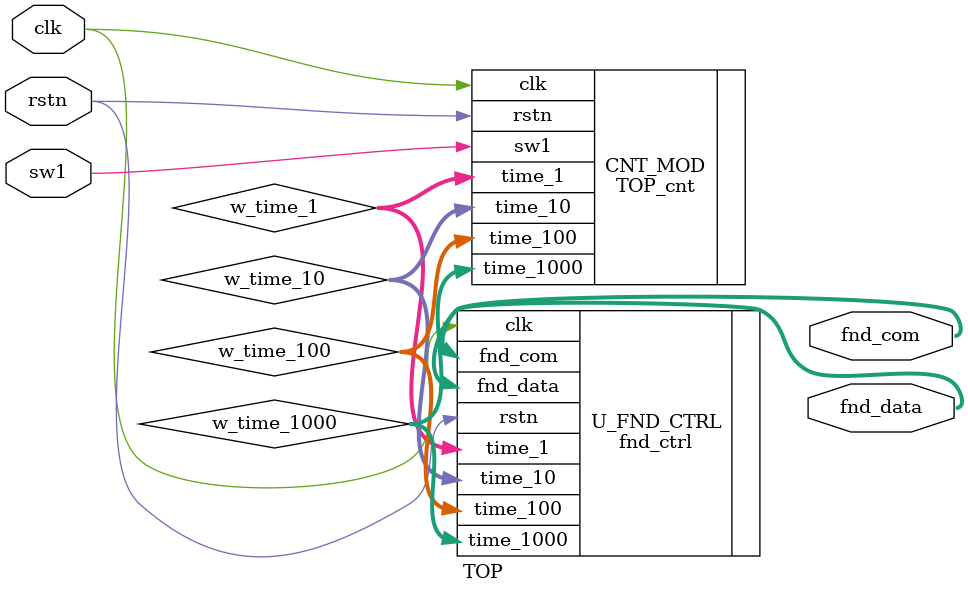
<source format=v>
`timescale 1ns / 1ps


module TOP(
    input clk,
    input rstn,
    input sw1,
    // input sw2,

    output [7:0] fnd_data,
    output [3:0] fnd_com
    );

    wire [3:0] w_time_1;
    wire [3:0] w_time_10;
    wire [3:0] w_time_100;
    wire [3:0] w_time_1000;

    TOP_cnt CNT_MOD(
    .clk(clk),
    .rstn(rstn),
    .sw1(sw1),
    // .sw2(sw2),

    .time_1(w_time_1),
    .time_10(w_time_10),
    .time_100(w_time_100),
    .time_1000(w_time_1000)
    );

    fnd_ctrl U_FND_CTRL(
    .clk(clk),
    .rstn(rstn),
    .time_1(w_time_1),
    .time_10(w_time_10),
    .time_100(w_time_100),
    .time_1000(w_time_1000),

    .fnd_data(fnd_data),
    .fnd_com(fnd_com)
    );
endmodule

</source>
